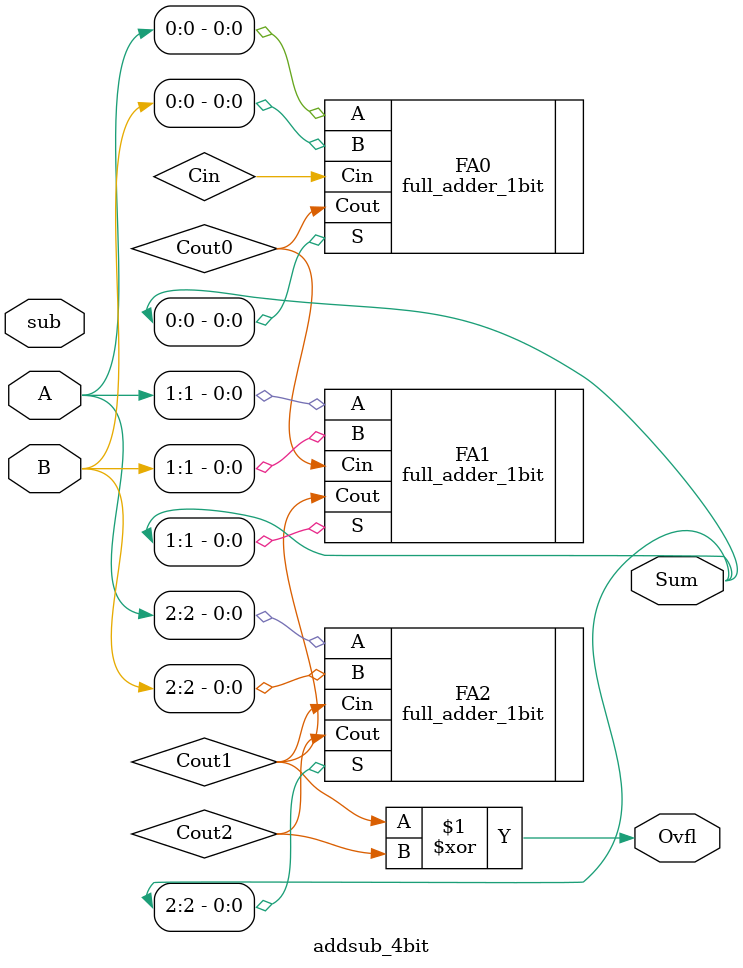
<source format=sv>
module addsub_4bit(
  input [3:0] A, B, // inputs to operation
  input sub, // addition if low, subtraction if high

  output [3:0] Sum, // sum output
  output Ovfl // indicates overflow
  );

// carry outs from previous full adders
wire Cout0;
wire Cout1;
wire Cout2;

// Connect inputs and sum output, propogate carry ins and carry outs
full_adder_1bit FA0 (.A(A[0]), .B(B[0]), .Cin(Cin), .S(Sum[0]), .Cout(Cout0));
full_adder_1bit FA1 (.A(A[1]), .B(B[1]), .Cin(Cout0), .S(Sum[1]), .Cout(Cout1));
full_adder_1bit FA2 (.A(A[2]), .B(B[2]), .Cin(Cout1), .S(Sum[2]), .Cout(Cout2));

// overflow if carryout is same as last FA carry in
assign Ovfl = Cout1 ^ Cout2;

endmodule

</source>
